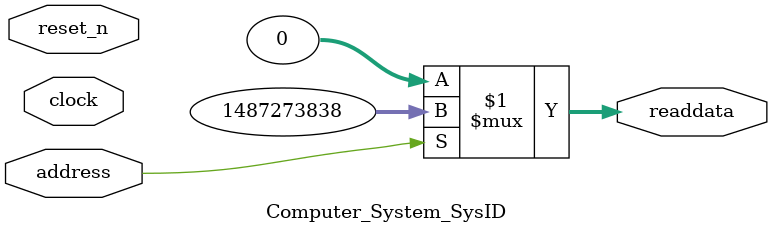
<source format=v>

`timescale 1ns / 1ps
// synthesis translate_on

// turn off superfluous verilog processor warnings 
// altera message_level Level1 
// altera message_off 10034 10035 10036 10037 10230 10240 10030 

module Computer_System_SysID (
               // inputs:
                address,
                clock,
                reset_n,

               // outputs:
                readdata
             )
;

  output  [ 31: 0] readdata;
  input            address;
  input            clock;
  input            reset_n;

  wire    [ 31: 0] readdata;
  //control_slave, which is an e_avalon_slave
  assign readdata = address ? 1487273838 : 0;

endmodule




</source>
